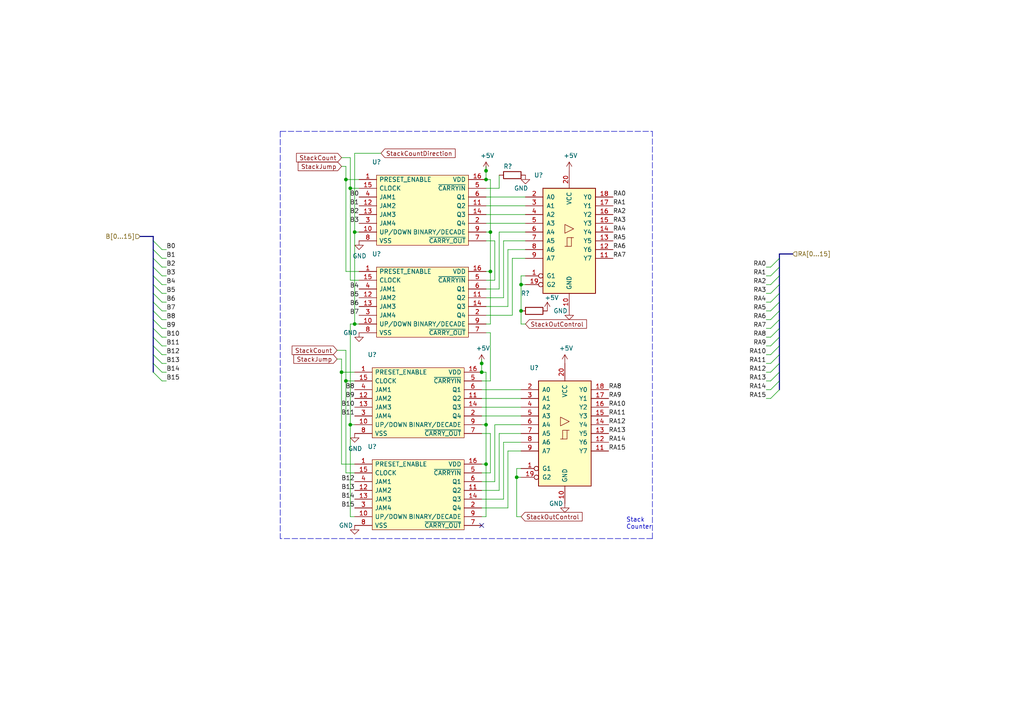
<source format=kicad_sch>
(kicad_sch (version 20211123) (generator eeschema)
  (paper "A4")
  (lib_symbols
    (symbol "74xx:74LS541" (pin_names (offset 1.016))
      (property "Reference" "U" (at -7.62 16.51 0))
      (property "Value" "74LS541" (at -7.62 -16.51 0))
      (symbol "74LS541_1_0"
        (polyline (pts (xy -0.635 -1.6002) (xy -0.635 0.9398) (xy 0.635 0.9398)))
        (polyline (pts (xy -1.27 -1.6002) (xy 0.635 -1.6002) (xy 0.635 0.9398) (xy 1.27 0.9398)))
        (polyline (pts (xy 1.27 3.4798) (xy -1.27 4.7498) (xy -1.27 2.2098) (xy 1.27 3.4798)) (stroke (width 0.1524)))
        (pin input inverted (at -12.7 -10.16 0) (length 5.08) (name "G1") (number "1"))
        (pin power_in line (at 0 -20.32 90) (length 5.08) (name "GND") (number "10"))
        (pin tri_state line (at 12.7 -5.08 180) (length 5.08) (name "Y7") (number "11"))
        (pin tri_state line (at 12.7 -2.54 180) (length 5.08) (name "Y6") (number "12"))
        (pin tri_state line (at 12.7 0 180) (length 5.08) (name "Y5") (number "13"))
        (pin tri_state line (at 12.7 2.54 180) (length 5.08) (name "Y4") (number "14"))
        (pin tri_state line (at 12.7 5.08 180) (length 5.08) (name "Y3") (number "15"))
        (pin tri_state line (at 12.7 7.62 180) (length 5.08) (name "Y2") (number "16"))
        (pin tri_state line (at 12.7 10.16 180) (length 5.08) (name "Y1") (number "17"))
        (pin tri_state line (at 12.7 12.7 180) (length 5.08) (name "Y0") (number "18"))
        (pin input inverted (at -12.7 -12.7 0) (length 5.08) (name "G2") (number "19"))
        (pin input line (at -12.7 12.7 0) (length 5.08) (name "A0") (number "2"))
        (pin power_in line (at 0 20.32 270) (length 5.08) (name "VCC") (number "20"))
        (pin input line (at -12.7 10.16 0) (length 5.08) (name "A1") (number "3"))
        (pin input line (at -12.7 7.62 0) (length 5.08) (name "A2") (number "4"))
        (pin input line (at -12.7 5.08 0) (length 5.08) (name "A3") (number "5"))
        (pin input line (at -12.7 2.54 0) (length 5.08) (name "A4") (number "6"))
        (pin input line (at -12.7 0 0) (length 5.08) (name "A5") (number "7"))
        (pin input line (at -12.7 -2.54 0) (length 5.08) (name "A6") (number "8"))
        (pin input line (at -12.7 -5.08 0) (length 5.08) (name "A7") (number "9"))
      )
      (symbol "74LS541_1_1"
        (rectangle (start -7.62 15.24) (end 7.62 -15.24) (stroke (width 0.254)) (fill (type background)))
      )
    )
    (symbol "MAX7000CPU-Gen2_5-rescue:+5V-power-MAX7000CPU-Gen2-rescue" (power) (pin_names (offset 0))
      (property "Value" "+5V-power-MAX7000CPU-Gen2-rescue" (at 0 3.556 0))
      (symbol "+5V-power-MAX7000CPU-Gen2-rescue_0_1"
        (polyline (pts (xy -0.762 1.27) (xy 0 2.54)))
        (polyline (pts (xy 0 0) (xy 0 2.54)))
        (polyline (pts (xy 0 2.54) (xy 0.762 1.27)))
      )
      (symbol "+5V-power-MAX7000CPU-Gen2-rescue_1_1"
        (pin power_in line (at 0 0 90) (length 0) hide (name "+5V") (number "1"))
      )
    )
    (symbol "MAX7000CPU-Gen2_5-rescue:CD4029BEE4-CPU_ics" (pin_names (offset 0.762))
      (property "Reference" "U" (at 5.08 5.08 0))
      (property "Value" "CD4029BEE4-CPU_ics" (at 5.08 2.54 0))
      (symbol "CD4029BEE4-CPU_ics_0_0"
        (pin passive line (at 0 0 0) (length 5.08) (name "PRESET_ENABLE") (number "1"))
        (pin passive line (at 0 -15.24 0) (length 5.08) (name "UP/DOWN") (number "10"))
        (pin passive line (at 36.83 -7.62 180) (length 5.08) (name "Q2") (number "11"))
        (pin passive line (at 0 -7.62 0) (length 5.08) (name "JAM2") (number "12"))
        (pin passive line (at 0 -10.16 0) (length 5.08) (name "JAM3") (number "13"))
        (pin passive line (at 36.83 -10.16 180) (length 5.08) (name "Q3") (number "14"))
        (pin passive line (at 0 -2.54 0) (length 5.08) (name "CLOCK") (number "15"))
        (pin passive line (at 36.83 0 180) (length 5.08) (name "VDD") (number "16"))
        (pin passive line (at 36.83 -12.7 180) (length 5.08) (name "Q4") (number "2"))
        (pin passive line (at 0 -12.7 0) (length 5.08) (name "JAM4") (number "3"))
        (pin passive line (at 0 -5.08 0) (length 5.08) (name "JAM1") (number "4"))
        (pin passive line (at 36.83 -2.54 180) (length 5.08) (name "~{CARRYIN}") (number "5"))
        (pin passive line (at 36.83 -5.08 180) (length 5.08) (name "Q1") (number "6"))
        (pin passive line (at 36.83 -17.78 180) (length 5.08) (name "~{CARRY_OUT}") (number "7"))
        (pin passive line (at 0 -17.78 0) (length 5.08) (name "VSS") (number "8"))
        (pin passive line (at 36.83 -15.24 180) (length 5.08) (name "BINARY/DECADE") (number "9"))
      )
      (symbol "CD4029BEE4-CPU_ics_0_1"
        (rectangle (start 5.08 1.27) (end 31.75 -19.05) (fill (type background)))
      )
    )
    (symbol "MAX7000CPU-Gen2_5-rescue:GND-power-MAX7000CPU-Gen2-rescue" (power) (pin_names (offset 0))
      (property "Value" "GND-power-MAX7000CPU-Gen2-rescue" (at 0 -3.81 0))
      (symbol "GND-power-MAX7000CPU-Gen2-rescue_0_1"
        (polyline (pts (xy 0 0) (xy 0 -1.27) (xy 1.27 -1.27) (xy 0 -2.54) (xy -1.27 -1.27) (xy 0 -1.27)))
      )
      (symbol "GND-power-MAX7000CPU-Gen2-rescue_1_1"
        (pin power_in line (at 0 0 270) (length 0) hide (name "GND") (number "1"))
      )
    )
    (symbol "MAX7000CPU-Gen2_5-rescue:R-Device-MAX7000CPU-Gen2-rescue" (pin_numbers hide) (pin_names (offset 0))
      (property "Reference" "R" (at 2.032 0 90))
      (property "Value" "R-Device-MAX7000CPU-Gen2-rescue" (at 0 0 90))
      (symbol "R-Device-MAX7000CPU-Gen2-rescue_0_1"
        (rectangle (start -1.016 -2.54) (end 1.016 2.54) (stroke (width 0.254)))
      )
      (symbol "R-Device-MAX7000CPU-Gen2-rescue_1_1"
        (pin passive line (at 0 3.81 270) (length 1.27) (name "~") (number "1"))
        (pin passive line (at 0 -3.81 90) (length 1.27) (name "~") (number "2"))
      )
    )
  )
  (junction (at 140.97 52.07))
  (junction (at 139.7 107.95))
  (junction (at 101.6 123.19))
  (junction (at 100.33 52.07))
  (junction (at 140.97 134.62))
  (junction (at 101.6 54.61))
  (junction (at 142.24 78.74))
  (junction (at 142.24 67.31))
  (junction (at 149.86 138.43))
  (junction (at 151.13 82.55))
  (junction (at 140.97 49.53))
  (junction (at 102.87 93.98))
  (junction (at 151.13 90.17))
  (junction (at 139.7 105.41))
  (junction (at 100.33 110.49))
  (junction (at 102.87 67.31))
  (junction (at 99.06 107.95))
  (junction (at 140.97 123.19))
  (no_connect (at 139.7 152.4))
  (bus_entry (at 226.06 74.93) (size -2.54 2.54))
  (bus_entry (at 44.45 85.09) (size 2.54 2.54))
  (bus_entry (at 226.06 87.63) (size -2.54 2.54))
  (bus_entry (at 226.06 77.47) (size -2.54 2.54))
  (bus_entry (at 226.06 85.09) (size -2.54 2.54))
  (bus_entry (at 226.06 105.41) (size -2.54 2.54))
  (bus_entry (at 44.45 107.95) (size 2.54 2.54))
  (bus_entry (at 226.06 95.25) (size -2.54 2.54))
  (bus_entry (at 44.45 90.17) (size 2.54 2.54))
  (bus_entry (at 44.45 92.71) (size 2.54 2.54))
  (bus_entry (at 226.06 80.01) (size -2.54 2.54))
  (bus_entry (at 44.45 80.01) (size 2.54 2.54))
  (bus_entry (at 44.45 72.39) (size 2.54 2.54))
  (bus_entry (at 226.06 92.71) (size -2.54 2.54))
  (bus_entry (at 44.45 102.87) (size 2.54 2.54))
  (bus_entry (at 44.45 69.85) (size 2.54 2.54))
  (bus_entry (at 226.06 97.79) (size -2.54 2.54))
  (bus_entry (at 44.45 77.47) (size 2.54 2.54))
  (bus_entry (at 226.06 90.17) (size -2.54 2.54))
  (bus_entry (at 226.06 82.55) (size -2.54 2.54))
  (bus_entry (at 44.45 100.33) (size 2.54 2.54))
  (bus_entry (at 226.06 113.03) (size -2.54 2.54))
  (bus_entry (at 226.06 102.87) (size -2.54 2.54))
  (bus_entry (at 226.06 107.95) (size -2.54 2.54))
  (bus_entry (at 226.06 100.33) (size -2.54 2.54))
  (bus_entry (at 44.45 82.55) (size 2.54 2.54))
  (bus_entry (at 44.45 95.25) (size 2.54 2.54))
  (bus_entry (at 44.45 87.63) (size 2.54 2.54))
  (bus_entry (at 44.45 97.79) (size 2.54 2.54))
  (bus_entry (at 44.45 105.41) (size 2.54 2.54))
  (bus_entry (at 226.06 110.49) (size -2.54 2.54))
  (bus_entry (at 44.45 74.93) (size 2.54 2.54))
  (wire (pts (xy 143.51 81.28) (xy 140.97 81.28)))
  (wire (pts (xy 152.4 80.01) (xy 151.13 80.01)))
  (bus (pts (xy 40.64 68.58) (xy 44.45 68.58)))
  (wire (pts (xy 140.97 54.61) (xy 144.78 54.61)))
  (wire (pts (xy 100.33 101.6) (xy 97.79 101.6)))
  (wire (pts (xy 102.87 44.45) (xy 102.87 67.31)))
  (wire (pts (xy 142.24 110.49) (xy 139.7 110.49)))
  (wire (pts (xy 151.13 135.89) (xy 149.86 135.89)))
  (wire (pts (xy 139.7 139.7) (xy 143.51 139.7)))
  (bus (pts (xy 44.45 77.47) (xy 44.45 80.01)))
  (wire (pts (xy 151.13 149.86) (xy 149.86 149.86)))
  (wire (pts (xy 144.78 54.61) (xy 144.78 50.8)))
  (wire (pts (xy 139.7 134.62) (xy 140.97 134.62)))
  (wire (pts (xy 142.24 52.07) (xy 140.97 52.07)))
  (bus (pts (xy 226.06 77.47) (xy 226.06 80.01)))
  (wire (pts (xy 46.99 80.01) (xy 48.26 80.01)))
  (wire (pts (xy 140.97 62.23) (xy 152.4 62.23)))
  (bus (pts (xy 226.06 110.49) (xy 226.06 113.03)))
  (wire (pts (xy 102.87 67.31) (xy 102.87 93.98)))
  (wire (pts (xy 102.87 44.45) (xy 110.49 44.45)))
  (wire (pts (xy 223.52 82.55) (xy 222.25 82.55)))
  (wire (pts (xy 151.13 80.01) (xy 151.13 82.55)))
  (wire (pts (xy 104.14 78.74) (xy 100.33 78.74)))
  (wire (pts (xy 99.06 134.62) (xy 99.06 107.95)))
  (wire (pts (xy 104.14 93.98) (xy 102.87 93.98)))
  (wire (pts (xy 140.97 57.15) (xy 152.4 57.15)))
  (wire (pts (xy 46.99 72.39) (xy 48.26 72.39)))
  (wire (pts (xy 46.99 87.63) (xy 48.26 87.63)))
  (bus (pts (xy 226.06 73.66) (xy 226.06 74.93)))
  (wire (pts (xy 147.32 130.81) (xy 151.13 130.81)))
  (wire (pts (xy 147.32 72.39) (xy 152.4 72.39)))
  (wire (pts (xy 151.13 93.98) (xy 151.13 90.17)))
  (wire (pts (xy 148.59 91.44) (xy 148.59 74.93)))
  (wire (pts (xy 101.6 93.98) (xy 101.6 123.19)))
  (wire (pts (xy 140.97 93.98) (xy 142.24 93.98)))
  (wire (pts (xy 144.78 125.73) (xy 151.13 125.73)))
  (bus (pts (xy 44.45 92.71) (xy 44.45 95.25)))
  (bus (pts (xy 44.45 82.55) (xy 44.45 85.09)))
  (wire (pts (xy 100.33 110.49) (xy 102.87 110.49)))
  (wire (pts (xy 147.32 147.32) (xy 147.32 130.81)))
  (wire (pts (xy 100.33 52.07) (xy 104.14 52.07)))
  (wire (pts (xy 223.52 77.47) (xy 222.25 77.47)))
  (wire (pts (xy 46.99 110.49) (xy 48.26 110.49)))
  (wire (pts (xy 46.99 74.93) (xy 48.26 74.93)))
  (wire (pts (xy 223.52 90.17) (xy 222.25 90.17)))
  (wire (pts (xy 101.6 54.61) (xy 104.14 54.61)))
  (wire (pts (xy 101.6 54.61) (xy 101.6 45.72)))
  (wire (pts (xy 140.97 78.74) (xy 142.24 78.74)))
  (bus (pts (xy 226.06 105.41) (xy 226.06 107.95)))
  (wire (pts (xy 143.51 69.85) (xy 143.51 81.28)))
  (wire (pts (xy 223.52 110.49) (xy 222.25 110.49)))
  (wire (pts (xy 223.52 95.25) (xy 222.25 95.25)))
  (wire (pts (xy 151.13 138.43) (xy 149.86 138.43)))
  (bus (pts (xy 44.45 72.39) (xy 44.45 74.93)))
  (wire (pts (xy 223.52 113.03) (xy 222.25 113.03)))
  (wire (pts (xy 99.06 107.95) (xy 102.87 107.95)))
  (bus (pts (xy 226.06 100.33) (xy 226.06 102.87)))
  (wire (pts (xy 46.99 85.09) (xy 48.26 85.09)))
  (wire (pts (xy 139.7 118.11) (xy 151.13 118.11)))
  (wire (pts (xy 223.52 100.33) (xy 222.25 100.33)))
  (wire (pts (xy 104.14 81.28) (xy 101.6 81.28)))
  (polyline (pts (xy 81.28 38.1) (xy 81.28 156.21)))
  (wire (pts (xy 151.13 90.17) (xy 151.13 82.55)))
  (wire (pts (xy 139.7 144.78) (xy 146.05 144.78)))
  (wire (pts (xy 102.87 137.16) (xy 100.33 137.16)))
  (wire (pts (xy 101.6 93.98) (xy 102.87 93.98)))
  (wire (pts (xy 100.33 52.07) (xy 100.33 48.26)))
  (wire (pts (xy 46.99 95.25) (xy 48.26 95.25)))
  (wire (pts (xy 149.86 138.43) (xy 149.86 149.86)))
  (wire (pts (xy 140.97 88.9) (xy 147.32 88.9)))
  (bus (pts (xy 226.06 90.17) (xy 226.06 92.71)))
  (wire (pts (xy 146.05 128.27) (xy 151.13 128.27)))
  (wire (pts (xy 139.7 104.14) (xy 139.7 105.41)))
  (wire (pts (xy 100.33 110.49) (xy 100.33 101.6)))
  (wire (pts (xy 142.24 67.31) (xy 142.24 78.74)))
  (wire (pts (xy 142.24 137.16) (xy 139.7 137.16)))
  (wire (pts (xy 142.24 67.31) (xy 142.24 52.07)))
  (wire (pts (xy 139.7 142.24) (xy 144.78 142.24)))
  (bus (pts (xy 44.45 85.09) (xy 44.45 87.63)))
  (wire (pts (xy 139.7 125.73) (xy 142.24 125.73)))
  (wire (pts (xy 140.97 83.82) (xy 144.78 83.82)))
  (bus (pts (xy 44.45 87.63) (xy 44.45 90.17)))
  (wire (pts (xy 140.97 67.31) (xy 142.24 67.31)))
  (wire (pts (xy 101.6 45.72) (xy 99.06 45.72)))
  (bus (pts (xy 44.45 95.25) (xy 44.45 97.79)))
  (wire (pts (xy 100.33 78.74) (xy 100.33 52.07)))
  (wire (pts (xy 139.7 115.57) (xy 151.13 115.57)))
  (wire (pts (xy 223.52 105.41) (xy 222.25 105.41)))
  (polyline (pts (xy 189.23 156.21) (xy 81.28 156.21)))
  (wire (pts (xy 140.97 149.86) (xy 140.97 134.62)))
  (wire (pts (xy 142.24 93.98) (xy 142.24 78.74)))
  (bus (pts (xy 44.45 68.58) (xy 44.45 69.85)))
  (wire (pts (xy 46.99 92.71) (xy 48.26 92.71)))
  (wire (pts (xy 46.99 90.17) (xy 48.26 90.17)))
  (wire (pts (xy 144.78 83.82) (xy 144.78 67.31)))
  (bus (pts (xy 44.45 100.33) (xy 44.45 102.87)))
  (bus (pts (xy 226.06 80.01) (xy 226.06 82.55)))
  (polyline (pts (xy 189.23 156.21) (xy 189.23 38.1)))
  (wire (pts (xy 102.87 149.86) (xy 101.6 149.86)))
  (wire (pts (xy 142.24 96.52) (xy 142.24 110.49)))
  (bus (pts (xy 226.06 107.95) (xy 226.06 110.49)))
  (wire (pts (xy 223.52 97.79) (xy 222.25 97.79)))
  (wire (pts (xy 46.99 102.87) (xy 48.26 102.87)))
  (wire (pts (xy 223.52 115.57) (xy 222.25 115.57)))
  (wire (pts (xy 46.99 100.33) (xy 48.26 100.33)))
  (wire (pts (xy 101.6 123.19) (xy 101.6 149.86)))
  (wire (pts (xy 140.97 69.85) (xy 143.51 69.85)))
  (bus (pts (xy 44.45 90.17) (xy 44.45 92.71)))
  (wire (pts (xy 46.99 82.55) (xy 48.26 82.55)))
  (wire (pts (xy 46.99 97.79) (xy 48.26 97.79)))
  (bus (pts (xy 226.06 92.71) (xy 226.06 95.25)))
  (wire (pts (xy 146.05 69.85) (xy 152.4 69.85)))
  (wire (pts (xy 140.97 123.19) (xy 140.97 134.62)))
  (wire (pts (xy 100.33 48.26) (xy 99.06 48.26)))
  (wire (pts (xy 46.99 107.95) (xy 48.26 107.95)))
  (wire (pts (xy 139.7 149.86) (xy 140.97 149.86)))
  (wire (pts (xy 223.52 92.71) (xy 222.25 92.71)))
  (wire (pts (xy 144.78 142.24) (xy 144.78 125.73)))
  (bus (pts (xy 44.45 80.01) (xy 44.45 82.55)))
  (wire (pts (xy 144.78 67.31) (xy 152.4 67.31)))
  (wire (pts (xy 149.86 135.89) (xy 149.86 138.43)))
  (bus (pts (xy 226.06 102.87) (xy 226.06 105.41)))
  (wire (pts (xy 143.51 123.19) (xy 151.13 123.19)))
  (wire (pts (xy 142.24 125.73) (xy 142.24 137.16)))
  (polyline (pts (xy 81.28 38.1) (xy 189.23 38.1)))
  (wire (pts (xy 102.87 123.19) (xy 101.6 123.19)))
  (bus (pts (xy 226.06 85.09) (xy 226.06 87.63)))
  (wire (pts (xy 223.52 80.01) (xy 222.25 80.01)))
  (wire (pts (xy 151.13 93.98) (xy 152.4 93.98)))
  (wire (pts (xy 139.7 107.95) (xy 139.7 105.41)))
  (wire (pts (xy 46.99 77.47) (xy 48.26 77.47)))
  (wire (pts (xy 143.51 139.7) (xy 143.51 123.19)))
  (wire (pts (xy 140.97 91.44) (xy 148.59 91.44)))
  (wire (pts (xy 148.59 74.93) (xy 152.4 74.93)))
  (wire (pts (xy 139.7 147.32) (xy 147.32 147.32)))
  (bus (pts (xy 226.06 87.63) (xy 226.06 90.17)))
  (wire (pts (xy 104.14 67.31) (xy 102.87 67.31)))
  (bus (pts (xy 44.45 105.41) (xy 44.45 107.95)))
  (bus (pts (xy 226.06 82.55) (xy 226.06 85.09)))
  (wire (pts (xy 152.4 82.55) (xy 151.13 82.55)))
  (wire (pts (xy 223.52 85.09) (xy 222.25 85.09)))
  (wire (pts (xy 140.97 86.36) (xy 146.05 86.36)))
  (wire (pts (xy 140.97 64.77) (xy 152.4 64.77)))
  (bus (pts (xy 44.45 74.93) (xy 44.45 77.47)))
  (bus (pts (xy 44.45 97.79) (xy 44.45 100.33)))
  (bus (pts (xy 226.06 97.79) (xy 226.06 100.33)))
  (wire (pts (xy 140.97 96.52) (xy 142.24 96.52)))
  (bus (pts (xy 229.87 73.66) (xy 226.06 73.66)))
  (wire (pts (xy 99.06 104.14) (xy 97.79 104.14)))
  (wire (pts (xy 140.97 107.95) (xy 139.7 107.95)))
  (wire (pts (xy 147.32 88.9) (xy 147.32 72.39)))
  (wire (pts (xy 223.52 102.87) (xy 222.25 102.87)))
  (bus (pts (xy 44.45 102.87) (xy 44.45 105.41)))
  (wire (pts (xy 99.06 107.95) (xy 99.06 104.14)))
  (bus (pts (xy 226.06 95.25) (xy 226.06 97.79)))
  (wire (pts (xy 140.97 59.69) (xy 152.4 59.69)))
  (wire (pts (xy 223.52 107.95) (xy 222.25 107.95)))
  (wire (pts (xy 140.97 123.19) (xy 140.97 107.95)))
  (wire (pts (xy 139.7 123.19) (xy 140.97 123.19)))
  (wire (pts (xy 146.05 86.36) (xy 146.05 69.85)))
  (wire (pts (xy 146.05 144.78) (xy 146.05 128.27)))
  (wire (pts (xy 100.33 137.16) (xy 100.33 110.49)))
  (wire (pts (xy 139.7 120.65) (xy 151.13 120.65)))
  (wire (pts (xy 139.7 113.03) (xy 151.13 113.03)))
  (bus (pts (xy 44.45 69.85) (xy 44.45 72.39)))
  (wire (pts (xy 102.87 134.62) (xy 99.06 134.62)))
  (wire (pts (xy 223.52 87.63) (xy 222.25 87.63)))
  (wire (pts (xy 101.6 81.28) (xy 101.6 54.61)))
  (wire (pts (xy 46.99 105.41) (xy 48.26 105.41)))
  (wire (pts (xy 140.97 52.07) (xy 140.97 49.53)))
  (wire (pts (xy 140.97 48.26) (xy 140.97 49.53)))
  (bus (pts (xy 226.06 74.93) (xy 226.06 77.47)))
  (text "Stack \nCounter" (at 181.61 153.67 0) (effects (font (size 1.27 1.27)) (justify left bottom)))
  (label "RA1" (at 177.8 59.69 0))
  (label "B2" (at 48.26 77.47 0))
  (label "RA10" (at 222.25 102.87 180))
  (label "RA6" (at 177.8 72.39 0))
  (label "RA6" (at 222.25 92.71 180))
  (label "B6" (at 48.26 87.63 0))
  (label "RA4" (at 177.8 67.31 0))
  (label "RA9" (at 176.53 115.57 0))
  (label "B7" (at 48.26 90.17 0))
  (label "RA12" (at 176.53 123.19 0))
  (label "B4" (at 48.26 82.55 0))
  (label "RA3" (at 177.8 64.77 0))
  (label "RA7" (at 222.25 95.25 180))
  (label "RA0" (at 222.25 77.47 180))
  (label "B12" (at 48.26 102.87 0))
  (label "RA5" (at 222.25 90.17 180))
  (label "RA11" (at 222.25 105.41 180))
  (label "RA5" (at 177.8 69.85 0))
  (label "RA12" (at 222.25 107.95 180))
  (label "B8" (at 102.87 113.03 180))
  (label "RA4" (at 222.25 87.63 180))
  (label "B14" (at 48.26 107.95 0))
  (label "RA14" (at 222.25 113.03 180))
  (label "RA7" (at 177.8 74.93 0))
  (label "RA9" (at 222.25 100.33 180))
  (label "RA1" (at 222.25 80.01 180))
  (label "RA8" (at 222.25 97.79 180))
  (label "RA2" (at 222.25 82.55 180))
  (label "B5" (at 104.14 86.36 180))
  (label "B15" (at 102.87 147.32 180))
  (label "RA3" (at 222.25 85.09 180))
  (label "B13" (at 48.26 105.41 0))
  (label "RA2" (at 177.8 62.23 0))
  (label "B2" (at 104.14 62.23 180))
  (label "RA15" (at 222.25 115.57 180))
  (label "RA11" (at 176.53 120.65 0))
  (label "B1" (at 48.26 74.93 0))
  (label "B11" (at 48.26 100.33 0))
  (label "B10" (at 48.26 97.79 0))
  (label "B14" (at 102.87 144.78 180))
  (label "B9" (at 102.87 115.57 180))
  (label "B3" (at 48.26 80.01 0))
  (label "RA10" (at 176.53 118.11 0))
  (label "B6" (at 104.14 88.9 180))
  (label "B10" (at 102.87 118.11 180))
  (label "B4" (at 104.14 83.82 180))
  (label "B13" (at 102.87 142.24 180))
  (label "RA13" (at 176.53 125.73 0))
  (label "RA0" (at 177.8 57.15 0))
  (label "B11" (at 102.87 120.65 180))
  (label "B0" (at 104.14 57.15 180))
  (label "B15" (at 48.26 110.49 0))
  (label "RA8" (at 176.53 113.03 0))
  (label "B12" (at 102.87 139.7 180))
  (label "RA13" (at 222.25 110.49 180))
  (label "RA14" (at 176.53 128.27 0))
  (label "B1" (at 104.14 59.69 180))
  (label "B3" (at 104.14 64.77 180))
  (label "RA15" (at 176.53 130.81 0))
  (label "B0" (at 48.26 72.39 0))
  (label "B7" (at 104.14 91.44 180))
  (label "B9" (at 48.26 95.25 0))
  (label "B8" (at 48.26 92.71 0))
  (label "B5" (at 48.26 85.09 0))
  (global_label "StackJump" (shape input) (at 99.06 48.26 180) (property "Intersheet References" "${INTERSHEET_REFS}" (effects hide)))
  (global_label "StackCount" (shape input) (at 99.06 45.72 180) (property "Intersheet References" "${INTERSHEET_REFS}" (effects hide)))
  (global_label "StackCount" (shape input) (at 97.79 101.6 180) (property "Intersheet References" "${INTERSHEET_REFS}" (effects hide)))
  (global_label "StackOutControl" (shape input) (at 152.4 93.98 0) (property "Intersheet References" "${INTERSHEET_REFS}" (effects hide)))
  (global_label "StackOutControl" (shape input) (at 151.13 149.86 0) (property "Intersheet References" "${INTERSHEET_REFS}" (effects hide)))
  (global_label "StackCountDirection" (shape input) (at 110.49 44.45 0) (property "Intersheet References" "${INTERSHEET_REFS}" (effects hide)))
  (global_label "StackJump" (shape input) (at 97.79 104.14 180) (property "Intersheet References" "${INTERSHEET_REFS}" (effects hide)))
  (hierarchical_label "B[0...15]" (shape input) (at 40.64 68.58 180))
  (hierarchical_label "RA[0...15]" (shape input) (at 229.87 73.66 0))
  (symbol (lib_id "74xx:74LS541") (at 165.1 69.85 0) (unit 1)
    (property "Reference" "U?" (at 156.21 50.8 0))
    (property "Datasheet" "http://www.ti.com/lit/gpn/sn74LS541" (effects hide))
  )
  (symbol (lib_id "74xx:74LS541") (at 163.83 125.73 0) (unit 1)
    (property "Reference" "U?" (at 154.94 106.68 0))
    (property "Datasheet" "http://www.ti.com/lit/gpn/sn74LS541" (effects hide))
  )
  (symbol (lib_id "MAX7000CPU-Gen2_5-rescue:GND-power-MAX7000CPU-Gen2-rescue") (at 165.1 90.17 0) (unit 1)
    (property "Reference" "#PWR?" (effects hide))
  )
  (symbol (lib_id "MAX7000CPU-Gen2_5-rescue:+5V-power-MAX7000CPU-Gen2-rescue") (at 165.1 49.53 0) (unit 1)
    (property "Reference" "#PWR?" (effects hide))
  )
  (symbol (lib_id "MAX7000CPU-Gen2_5-rescue:CD4029BEE4-CPU_ics") (at 104.14 52.07 0) (unit 1)
    (property "Reference" "U?" (at 109.22 46.99 0))
    (property "Datasheet" "http://www.ti.com/lit/ds/symlink/cd4029b.pdf" (effects hide))
    (property "Description" "CD4029BEE4, 4-stage Decade and Binary Counter Up/Down Counter, Bi-Directional, 3  18 V, 16-Pin PDIP" (effects hide))
    (property "Height" "5.08" (effects hide))
    (property "Mouser Part Number" "595-CD4029BEE4" (effects hide))
    (property "Mouser Price/Stock" "https://www.mouser.co.uk/ProductDetail/Texas-Instruments/CD4029BEE4?qs=LU5rZWrBGo0epKDtktqo2w%3D%3D" (effects hide))
    (property "Manufacturer_Name" "Texas Instruments" (effects hide))
    (property "Manufacturer_Part_Number" "CD4029BEE4" (effects hide))
  )
  (symbol (lib_id "MAX7000CPU-Gen2_5-rescue:GND-power-MAX7000CPU-Gen2-rescue") (at 104.14 69.85 0) (unit 1)
    (property "Reference" "#PWR?" (effects hide))
  )
  (symbol (lib_id "MAX7000CPU-Gen2_5-rescue:+5V-power-MAX7000CPU-Gen2-rescue") (at 140.97 49.53 0) (unit 1)
    (property "Reference" "#PWR?" (effects hide))
  )
  (symbol (lib_id "MAX7000CPU-Gen2_5-rescue:CD4029BEE4-CPU_ics") (at 104.14 78.74 0) (unit 1)
    (property "Reference" "U?" (at 109.22 73.66 0))
    (property "Datasheet" "http://www.ti.com/lit/ds/symlink/cd4029b.pdf" (effects hide))
    (property "Description" "CD4029BEE4, 4-stage Decade and Binary Counter Up/Down Counter, Bi-Directional, 3  18 V, 16-Pin PDIP" (effects hide))
    (property "Height" "5.08" (effects hide))
    (property "Mouser Part Number" "595-CD4029BEE4" (effects hide))
    (property "Mouser Price/Stock" "https://www.mouser.co.uk/ProductDetail/Texas-Instruments/CD4029BEE4?qs=LU5rZWrBGo0epKDtktqo2w%3D%3D" (effects hide))
    (property "Manufacturer_Name" "Texas Instruments" (effects hide))
    (property "Manufacturer_Part_Number" "CD4029BEE4" (effects hide))
  )
  (symbol (lib_id "MAX7000CPU-Gen2_5-rescue:GND-power-MAX7000CPU-Gen2-rescue") (at 163.83 146.05 0) (unit 1)
    (property "Reference" "#PWR?" (effects hide))
  )
  (symbol (lib_id "MAX7000CPU-Gen2_5-rescue:+5V-power-MAX7000CPU-Gen2-rescue") (at 163.83 105.41 0) (unit 1)
    (property "Reference" "#PWR?" (effects hide))
  )
  (symbol (lib_id "MAX7000CPU-Gen2_5-rescue:CD4029BEE4-CPU_ics") (at 102.87 107.95 0) (unit 1)
    (property "Reference" "U?" (at 107.95 102.87 0))
    (property "Datasheet" "http://www.ti.com/lit/ds/symlink/cd4029b.pdf" (effects hide))
    (property "Description" "CD4029BEE4, 4-stage Decade and Binary Counter Up/Down Counter, Bi-Directional, 3  18 V, 16-Pin PDIP" (effects hide))
    (property "Height" "5.08" (effects hide))
    (property "Mouser Part Number" "595-CD4029BEE4" (effects hide))
    (property "Mouser Price/Stock" "https://www.mouser.co.uk/ProductDetail/Texas-Instruments/CD4029BEE4?qs=LU5rZWrBGo0epKDtktqo2w%3D%3D" (effects hide))
    (property "Manufacturer_Name" "Texas Instruments" (effects hide))
    (property "Manufacturer_Part_Number" "CD4029BEE4" (effects hide))
  )
  (symbol (lib_id "MAX7000CPU-Gen2_5-rescue:GND-power-MAX7000CPU-Gen2-rescue") (at 102.87 125.73 0) (unit 1)
    (property "Reference" "#PWR?" (effects hide))
  )
  (symbol (lib_id "MAX7000CPU-Gen2_5-rescue:+5V-power-MAX7000CPU-Gen2-rescue") (at 139.7 105.41 0) (unit 1)
    (property "Reference" "#PWR?" (effects hide))
  )
  (symbol (lib_id "MAX7000CPU-Gen2_5-rescue:CD4029BEE4-CPU_ics") (at 102.87 134.62 0) (unit 1)
    (property "Reference" "U?" (at 107.95 129.54 0))
    (property "Datasheet" "http://www.ti.com/lit/ds/symlink/cd4029b.pdf" (effects hide))
    (property "Description" "CD4029BEE4, 4-stage Decade and Binary Counter Up/Down Counter, Bi-Directional, 3  18 V, 16-Pin PDIP" (effects hide))
    (property "Height" "5.08" (effects hide))
    (property "Mouser Part Number" "595-CD4029BEE4" (effects hide))
    (property "Mouser Price/Stock" "https://www.mouser.co.uk/ProductDetail/Texas-Instruments/CD4029BEE4?qs=LU5rZWrBGo0epKDtktqo2w%3D%3D" (effects hide))
    (property "Manufacturer_Name" "Texas Instruments" (effects hide))
    (property "Manufacturer_Part_Number" "CD4029BEE4" (effects hide))
  )
  (symbol (lib_id "MAX7000CPU-Gen2_5-rescue:GND-power-MAX7000CPU-Gen2-rescue") (at 102.87 152.4 0) (unit 1)
    (property "Reference" "#PWR?" (effects hide))
  )
  (symbol (lib_id "MAX7000CPU-Gen2_5-rescue:GND-power-MAX7000CPU-Gen2-rescue") (at 152.4 50.8 0) (unit 1)
    (property "Reference" "#PWR?" (effects hide))
  )
  (symbol (lib_id "MAX7000CPU-Gen2_5-rescue:GND-power-MAX7000CPU-Gen2-rescue") (at 104.14 96.52 0) (unit 1)
    (property "Reference" "#PWR?" (effects hide))
  )
  (symbol (lib_id "MAX7000CPU-Gen2_5-rescue:R-Device-MAX7000CPU-Gen2-rescue") (at 154.94 90.17 90) (unit 1)
    (property "Reference" "R?" (at 153.67 85.09 90) (effects (justify left)))
  )
  (symbol (lib_id "MAX7000CPU-Gen2_5-rescue:+5V-power-MAX7000CPU-Gen2-rescue") (at 158.75 90.17 0) (unit 1)
    (property "Reference" "#PWR?" (effects hide))
  )
  (symbol (lib_id "MAX7000CPU-Gen2_5-rescue:R-Device-MAX7000CPU-Gen2-rescue") (at 148.59 50.8 90) (unit 1)
    (property "Reference" "R?" (at 148.59 48.26 90) (effects (justify left)))
  )
)
</source>
